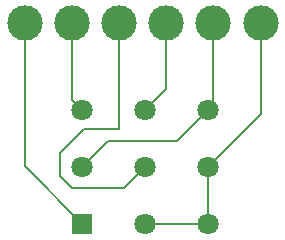
<source format=gbr>
%TF.GenerationSoftware,KiCad,Pcbnew,9.0.2*%
%TF.CreationDate,2025-09-20T13:37:04+02:00*%
%TF.ProjectId,3pdt,33706474-2e6b-4696-9361-645f70636258,rev?*%
%TF.SameCoordinates,Original*%
%TF.FileFunction,Copper,L1,Top*%
%TF.FilePolarity,Positive*%
%FSLAX46Y46*%
G04 Gerber Fmt 4.6, Leading zero omitted, Abs format (unit mm)*
G04 Created by KiCad (PCBNEW 9.0.2) date 2025-09-20 13:37:04*
%MOMM*%
%LPD*%
G01*
G04 APERTURE LIST*
%TA.AperFunction,ComponentPad*%
%ADD10C,3.000000*%
%TD*%
%TA.AperFunction,ComponentPad*%
%ADD11R,1.800000X1.800000*%
%TD*%
%TA.AperFunction,ComponentPad*%
%ADD12C,1.800000*%
%TD*%
%TA.AperFunction,Conductor*%
%ADD13C,0.200000*%
%TD*%
G04 APERTURE END LIST*
D10*
%TO.P,IN1,1,1*%
%TO.N,Net-(IN1-Pad1)*%
X149000000Y-72000000D03*
%TD*%
%TO.P,BIN1,1,1*%
%TO.N,Net-(BIN1-Pad1)*%
X141000000Y-72000000D03*
%TD*%
%TO.P,LED1,1,1*%
%TO.N,Net-(LED1-Pad1)*%
X133000000Y-72000000D03*
%TD*%
%TO.P,OUT1,1,1*%
%TO.N,Net-(OUT1-Pad1)*%
X145000000Y-72000000D03*
%TD*%
%TO.P,BOUD1,1,1*%
%TO.N,Net-(BOUD1-Pad1)*%
X137000000Y-72000000D03*
%TD*%
%TO.P,GND1,1,1*%
%TO.N,Net-(GND1-Pad1)*%
X153000000Y-72000000D03*
%TD*%
D11*
%TO.P,PedalSwitch1,1*%
%TO.N,Net-(LED1-Pad1)*%
X137900000Y-89000000D03*
D12*
%TO.P,PedalSwitch1,2*%
%TO.N,Net-(IN1-Pad1)*%
X137900000Y-84200000D03*
%TO.P,PedalSwitch1,3*%
%TO.N,Net-(BOUD1-Pad1)*%
X137900000Y-79400000D03*
%TO.P,PedalSwitch1,4*%
%TO.N,Net-(GND1-Pad1)*%
X143200000Y-89000000D03*
%TO.P,PedalSwitch1,5*%
%TO.N,Net-(BIN1-Pad1)*%
X143200000Y-84200000D03*
%TO.P,PedalSwitch1,6*%
%TO.N,Net-(OUT1-Pad1)*%
X143200000Y-79400000D03*
%TO.P,PedalSwitch1,7*%
%TO.N,Net-(GND1-Pad1)*%
X148500000Y-89000000D03*
%TO.P,PedalSwitch1,8*%
X148500000Y-84200000D03*
%TO.P,PedalSwitch1,9*%
%TO.N,Net-(IN1-Pad1)*%
X148500000Y-79400000D03*
%TD*%
D13*
%TO.N,Net-(LED1-Pad1)*%
X133000000Y-72000000D02*
X133000000Y-84100000D01*
X133000000Y-84100000D02*
X137900000Y-89000000D01*
%TO.N,Net-(BOUD1-Pad1)*%
X137000000Y-72000000D02*
X137000000Y-78500000D01*
X137000000Y-78500000D02*
X137900000Y-79400000D01*
%TO.N,Net-(BIN1-Pad1)*%
X136000000Y-85000000D02*
X137000000Y-86000000D01*
X141000000Y-81000000D02*
X138000000Y-81000000D01*
X136000000Y-83000000D02*
X136000000Y-85000000D01*
X141000000Y-72000000D02*
X141000000Y-81000000D01*
X138000000Y-81000000D02*
X136000000Y-83000000D01*
X137000000Y-86000000D02*
X141400000Y-86000000D01*
X141400000Y-86000000D02*
X143200000Y-84200000D01*
%TO.N,Net-(OUT1-Pad1)*%
X145000000Y-72000000D02*
X145000000Y-77600000D01*
X145000000Y-77600000D02*
X143200000Y-79400000D01*
%TO.N,Net-(IN1-Pad1)*%
X149000000Y-72000000D02*
X149000000Y-78900000D01*
X149000000Y-78900000D02*
X148500000Y-79400000D01*
%TO.N,Net-(GND1-Pad1)*%
X153000000Y-72000000D02*
X153000000Y-79700000D01*
X153000000Y-79700000D02*
X148500000Y-84200000D01*
%TO.N,Net-(IN1-Pad1)*%
X140100000Y-82000000D02*
X137900000Y-84200000D01*
X145900000Y-82000000D02*
X140100000Y-82000000D01*
X148500000Y-79400000D02*
X145900000Y-82000000D01*
%TO.N,Net-(GND1-Pad1)*%
X143200000Y-89000000D02*
X148500000Y-89000000D01*
X148500000Y-84200000D02*
X148500000Y-89000000D01*
%TD*%
M02*

</source>
